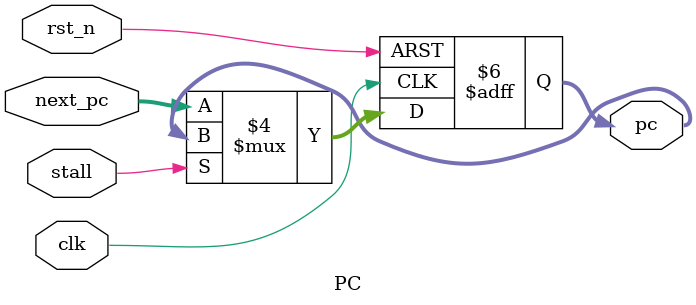
<source format=sv>
module PC(
    input rst_n,
    input clk,
    input stall,
    input [31:0] next_pc,
    output reg [31:0] pc
);
    always @(posedge clk or negedge rst_n) begin
        if (!rst_n)
            pc <= 32'b0;
        else if (!stall)
            pc <= next_pc;
    end
endmodule

</source>
